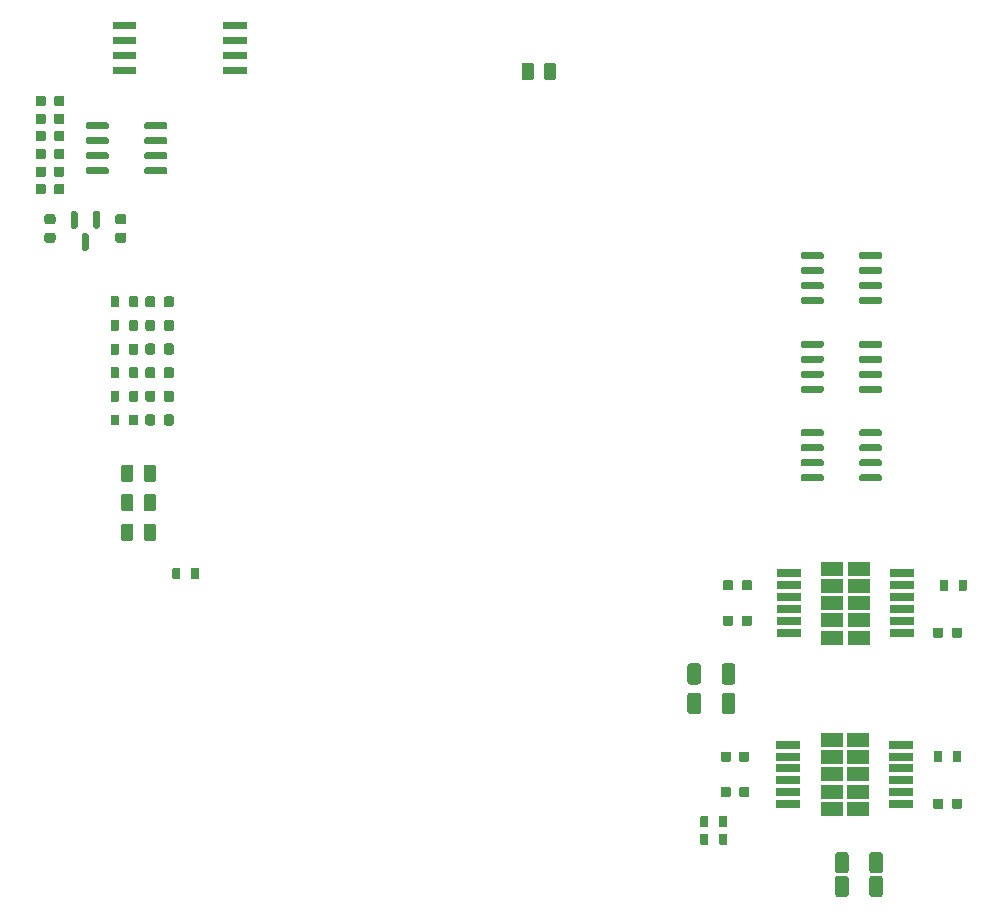
<source format=gtp>
G04 #@! TF.GenerationSoftware,KiCad,Pcbnew,8.0.7-8.0.7-0~ubuntu24.04.1*
G04 #@! TF.CreationDate,2025-01-02T17:27:40+00:00*
G04 #@! TF.ProjectId,stabildaytona,73746162-696c-4646-9179-746f6e612e6b,D*
G04 #@! TF.SameCoordinates,PX2faf080PY9896800*
G04 #@! TF.FileFunction,Paste,Top*
G04 #@! TF.FilePolarity,Positive*
%FSLAX46Y46*%
G04 Gerber Fmt 4.6, Leading zero omitted, Abs format (unit mm)*
G04 Created by KiCad (PCBNEW 8.0.7-8.0.7-0~ubuntu24.04.1) date 2025-01-02 17:27:40*
%MOMM*%
%LPD*%
G01*
G04 APERTURE LIST*
%ADD10R,1.950000X1.160000*%
%ADD11R,2.000000X0.650000*%
%ADD12O,0.000001X0.000001*%
G04 APERTURE END LIST*
G04 #@! TO.C,C28*
G36*
G01*
X5284999Y67660000D02*
X5284999Y68340000D01*
G75*
G02*
X5369999Y68425000I85000J0D01*
G01*
X6049999Y68425000D01*
G75*
G02*
X6134999Y68340000I0J-85000D01*
G01*
X6134999Y67660000D01*
G75*
G02*
X6049999Y67575000I-85000J0D01*
G01*
X5369999Y67575000D01*
G75*
G02*
X5284999Y67660000I0J85000D01*
G01*
G37*
G36*
G01*
X6865001Y67660000D02*
X6865001Y68340000D01*
G75*
G02*
X6950001Y68425000I85000J0D01*
G01*
X7630001Y68425000D01*
G75*
G02*
X7715001Y68340000I0J-85000D01*
G01*
X7715001Y67660000D01*
G75*
G02*
X7630001Y67575000I-85000J0D01*
G01*
X6950001Y67575000D01*
G75*
G02*
X6865001Y67660000I0J85000D01*
G01*
G37*
G04 #@! TD*
G04 #@! TO.C,F6*
G36*
G01*
X14562500Y52243750D02*
X14562500Y52756250D01*
G75*
G02*
X14781250Y52975000I218750J0D01*
G01*
X15218750Y52975000D01*
G75*
G02*
X15437500Y52756250I0J-218750D01*
G01*
X15437500Y52243750D01*
G75*
G02*
X15218750Y52025000I-218750J0D01*
G01*
X14781250Y52025000D01*
G75*
G02*
X14562500Y52243750I0J218750D01*
G01*
G37*
G36*
G01*
X16137500Y52243750D02*
X16137500Y52756250D01*
G75*
G02*
X16356250Y52975000I218750J0D01*
G01*
X16793750Y52975000D01*
G75*
G02*
X17012500Y52756250I0J-218750D01*
G01*
X17012500Y52243750D01*
G75*
G02*
X16793750Y52025000I-218750J0D01*
G01*
X16356250Y52025000D01*
G75*
G02*
X16137500Y52243750I0J218750D01*
G01*
G37*
G04 #@! TD*
G04 #@! TO.C,L1*
G36*
G01*
X6756250Y57487500D02*
X6243750Y57487500D01*
G75*
G02*
X6025000Y57706250I0J218750D01*
G01*
X6025000Y58143750D01*
G75*
G02*
X6243750Y58362500I218750J0D01*
G01*
X6756250Y58362500D01*
G75*
G02*
X6975000Y58143750I0J-218750D01*
G01*
X6975000Y57706250D01*
G75*
G02*
X6756250Y57487500I-218750J0D01*
G01*
G37*
G36*
G01*
X6756250Y59062500D02*
X6243750Y59062500D01*
G75*
G02*
X6025000Y59281250I0J218750D01*
G01*
X6025000Y59718750D01*
G75*
G02*
X6243750Y59937500I218750J0D01*
G01*
X6756250Y59937500D01*
G75*
G02*
X6975000Y59718750I0J-218750D01*
G01*
X6975000Y59281250D01*
G75*
G02*
X6756250Y59062500I-218750J0D01*
G01*
G37*
G04 #@! TD*
G04 #@! TO.C,R9*
G36*
G01*
X81850000Y28110000D02*
X81850000Y28890000D01*
G75*
G02*
X81920000Y28960000I70000J0D01*
G01*
X82480000Y28960000D01*
G75*
G02*
X82550000Y28890000I0J-70000D01*
G01*
X82550000Y28110000D01*
G75*
G02*
X82480000Y28040000I-70000J0D01*
G01*
X81920000Y28040000D01*
G75*
G02*
X81850000Y28110000I0J70000D01*
G01*
G37*
G36*
G01*
X83450000Y28110000D02*
X83450000Y28890000D01*
G75*
G02*
X83520000Y28960000I70000J0D01*
G01*
X84080000Y28960000D01*
G75*
G02*
X84150000Y28890000I0J-70000D01*
G01*
X84150000Y28110000D01*
G75*
G02*
X84080000Y28040000I-70000J0D01*
G01*
X83520000Y28040000D01*
G75*
G02*
X83450000Y28110000I0J70000D01*
G01*
G37*
G04 #@! TD*
D10*
G04 #@! TO.C,U1*
X72750000Y29920000D03*
X72750000Y28460000D03*
X72750000Y27000000D03*
X72750000Y25540000D03*
X72750000Y24080000D03*
X75000000Y29920000D03*
X75000000Y28460000D03*
X75000000Y27000000D03*
X75000000Y25540000D03*
X75000000Y24080000D03*
D11*
X69075000Y29500000D03*
X69075000Y28500000D03*
X69075000Y27500000D03*
X69075000Y26500000D03*
X69075000Y25500000D03*
X69075000Y24500000D03*
X78675000Y24500000D03*
X78675000Y25500000D03*
X78675000Y26500000D03*
X78675000Y27500000D03*
X78675000Y28500000D03*
X78675000Y29500000D03*
G04 #@! TD*
G04 #@! TO.C,C31*
G36*
G01*
X5284999Y63190000D02*
X5284999Y63870000D01*
G75*
G02*
X5369999Y63955000I85000J0D01*
G01*
X6049999Y63955000D01*
G75*
G02*
X6134999Y63870000I0J-85000D01*
G01*
X6134999Y63190000D01*
G75*
G02*
X6049999Y63105000I-85000J0D01*
G01*
X5369999Y63105000D01*
G75*
G02*
X5284999Y63190000I0J85000D01*
G01*
G37*
G36*
G01*
X6865001Y63190000D02*
X6865001Y63870000D01*
G75*
G02*
X6950001Y63955000I85000J0D01*
G01*
X7630001Y63955000D01*
G75*
G02*
X7715001Y63870000I0J-85000D01*
G01*
X7715001Y63190000D01*
G75*
G02*
X7630001Y63105000I-85000J0D01*
G01*
X6950001Y63105000D01*
G75*
G02*
X6865001Y63190000I0J85000D01*
G01*
G37*
G04 #@! TD*
G04 #@! TO.C,R8*
G36*
G01*
X12549999Y32369144D02*
X12549999Y33619144D01*
G75*
G02*
X12649999Y33719144I100000J0D01*
G01*
X13449999Y33719144D01*
G75*
G02*
X13549999Y33619144I0J-100000D01*
G01*
X13549999Y32369144D01*
G75*
G02*
X13449999Y32269144I-100000J0D01*
G01*
X12649999Y32269144D01*
G75*
G02*
X12549999Y32369144I0J100000D01*
G01*
G37*
G36*
G01*
X14450021Y32369144D02*
X14450021Y33619144D01*
G75*
G02*
X14550021Y33719144I100000J0D01*
G01*
X15350021Y33719144D01*
G75*
G02*
X15450021Y33619144I0J-100000D01*
G01*
X15450021Y32369144D01*
G75*
G02*
X15350021Y32269144I-100000J0D01*
G01*
X14550021Y32269144D01*
G75*
G02*
X14450021Y32369144I0J100000D01*
G01*
G37*
G04 #@! TD*
G04 #@! TO.C,C29*
G36*
G01*
X5284999Y66190000D02*
X5284999Y66870000D01*
G75*
G02*
X5369999Y66955000I85000J0D01*
G01*
X6049999Y66955000D01*
G75*
G02*
X6134999Y66870000I0J-85000D01*
G01*
X6134999Y66190000D01*
G75*
G02*
X6049999Y66105000I-85000J0D01*
G01*
X5369999Y66105000D01*
G75*
G02*
X5284999Y66190000I0J85000D01*
G01*
G37*
G36*
G01*
X6865001Y66190000D02*
X6865001Y66870000D01*
G75*
G02*
X6950001Y66955000I85000J0D01*
G01*
X7630001Y66955000D01*
G75*
G02*
X7715001Y66870000I0J-85000D01*
G01*
X7715001Y66190000D01*
G75*
G02*
X7630001Y66105000I-85000J0D01*
G01*
X6950001Y66105000D01*
G75*
G02*
X6865001Y66190000I0J85000D01*
G01*
G37*
G04 #@! TD*
G04 #@! TO.C,C30*
G36*
G01*
X5284999Y64690000D02*
X5284999Y65370000D01*
G75*
G02*
X5369999Y65455000I85000J0D01*
G01*
X6049999Y65455000D01*
G75*
G02*
X6134999Y65370000I0J-85000D01*
G01*
X6134999Y64690000D01*
G75*
G02*
X6049999Y64605000I-85000J0D01*
G01*
X5369999Y64605000D01*
G75*
G02*
X5284999Y64690000I0J85000D01*
G01*
G37*
G36*
G01*
X6865001Y64690000D02*
X6865001Y65370000D01*
G75*
G02*
X6950001Y65455000I85000J0D01*
G01*
X7630001Y65455000D01*
G75*
G02*
X7715001Y65370000I0J-85000D01*
G01*
X7715001Y64690000D01*
G75*
G02*
X7630001Y64605000I-85000J0D01*
G01*
X6950001Y64605000D01*
G75*
G02*
X6865001Y64690000I0J85000D01*
G01*
G37*
G04 #@! TD*
G04 #@! TO.C,R7*
G36*
G01*
X12549999Y34872072D02*
X12549999Y36122072D01*
G75*
G02*
X12649999Y36222072I100000J0D01*
G01*
X13449999Y36222072D01*
G75*
G02*
X13549999Y36122072I0J-100000D01*
G01*
X13549999Y34872072D01*
G75*
G02*
X13449999Y34772072I-100000J0D01*
G01*
X12649999Y34772072D01*
G75*
G02*
X12549999Y34872072I0J100000D01*
G01*
G37*
G36*
G01*
X14450021Y34872072D02*
X14450021Y36122072D01*
G75*
G02*
X14550021Y36222072I100000J0D01*
G01*
X15350021Y36222072D01*
G75*
G02*
X15450021Y36122072I0J-100000D01*
G01*
X15450021Y34872072D01*
G75*
G02*
X15350021Y34772072I-100000J0D01*
G01*
X14550021Y34772072D01*
G75*
G02*
X14450021Y34872072I0J100000D01*
G01*
G37*
G04 #@! TD*
D10*
G04 #@! TO.C,U2*
X72675000Y15420000D03*
X72675000Y13960000D03*
X72675000Y12500000D03*
X72675000Y11040000D03*
X72675000Y9580000D03*
X74925000Y15420000D03*
X74925000Y13960000D03*
X74925000Y12500000D03*
X74925000Y11040000D03*
X74925000Y9580000D03*
D11*
X69000000Y15000000D03*
X69000000Y14000000D03*
X69000000Y13000000D03*
X69000000Y12000000D03*
X69000000Y11000000D03*
X69000000Y10000000D03*
X78600000Y10000000D03*
X78600000Y11000000D03*
X78600000Y12000000D03*
X78600000Y13000000D03*
X78600000Y14000000D03*
X78600000Y15000000D03*
G04 #@! TD*
G04 #@! TO.C,R21*
G36*
G01*
X11637500Y50110000D02*
X11637500Y50890000D01*
G75*
G02*
X11707500Y50960000I70000J0D01*
G01*
X12267500Y50960000D01*
G75*
G02*
X12337500Y50890000I0J-70000D01*
G01*
X12337500Y50110000D01*
G75*
G02*
X12267500Y50040000I-70000J0D01*
G01*
X11707500Y50040000D01*
G75*
G02*
X11637500Y50110000I0J70000D01*
G01*
G37*
G36*
G01*
X13237500Y50110000D02*
X13237500Y50890000D01*
G75*
G02*
X13307500Y50960000I70000J0D01*
G01*
X13867500Y50960000D01*
G75*
G02*
X13937500Y50890000I0J-70000D01*
G01*
X13937500Y50110000D01*
G75*
G02*
X13867500Y50040000I-70000J0D01*
G01*
X13307500Y50040000D01*
G75*
G02*
X13237500Y50110000I0J70000D01*
G01*
G37*
G04 #@! TD*
G04 #@! TO.C,C13*
G36*
G01*
X83715001Y24840000D02*
X83715001Y24160000D01*
G75*
G02*
X83630001Y24075000I-85000J0D01*
G01*
X82950001Y24075000D01*
G75*
G02*
X82865001Y24160000I0J85000D01*
G01*
X82865001Y24840000D01*
G75*
G02*
X82950001Y24925000I85000J0D01*
G01*
X83630001Y24925000D01*
G75*
G02*
X83715001Y24840000I0J-85000D01*
G01*
G37*
G36*
G01*
X82134999Y24840000D02*
X82134999Y24160000D01*
G75*
G02*
X82049999Y24075000I-85000J0D01*
G01*
X81369999Y24075000D01*
G75*
G02*
X81284999Y24160000I0J85000D01*
G01*
X81284999Y24840000D01*
G75*
G02*
X81369999Y24925000I85000J0D01*
G01*
X82049999Y24925000D01*
G75*
G02*
X82134999Y24840000I0J-85000D01*
G01*
G37*
G04 #@! TD*
G04 #@! TO.C,C27*
G36*
G01*
X5284999Y69160000D02*
X5284999Y69840000D01*
G75*
G02*
X5369999Y69925000I85000J0D01*
G01*
X6049999Y69925000D01*
G75*
G02*
X6134999Y69840000I0J-85000D01*
G01*
X6134999Y69160000D01*
G75*
G02*
X6049999Y69075000I-85000J0D01*
G01*
X5369999Y69075000D01*
G75*
G02*
X5284999Y69160000I0J85000D01*
G01*
G37*
G36*
G01*
X6865001Y69160000D02*
X6865001Y69840000D01*
G75*
G02*
X6950001Y69925000I85000J0D01*
G01*
X7630001Y69925000D01*
G75*
G02*
X7715001Y69840000I0J-85000D01*
G01*
X7715001Y69160000D01*
G75*
G02*
X7630001Y69075000I-85000J0D01*
G01*
X6950001Y69075000D01*
G75*
G02*
X6865001Y69160000I0J85000D01*
G01*
G37*
G04 #@! TD*
G04 #@! TO.C,C25*
G36*
G01*
X63284999Y10660000D02*
X63284999Y11340000D01*
G75*
G02*
X63369999Y11425000I85000J0D01*
G01*
X64049999Y11425000D01*
G75*
G02*
X64134999Y11340000I0J-85000D01*
G01*
X64134999Y10660000D01*
G75*
G02*
X64049999Y10575000I-85000J0D01*
G01*
X63369999Y10575000D01*
G75*
G02*
X63284999Y10660000I0J85000D01*
G01*
G37*
G36*
G01*
X64865001Y10660000D02*
X64865001Y11340000D01*
G75*
G02*
X64950001Y11425000I85000J0D01*
G01*
X65630001Y11425000D01*
G75*
G02*
X65715001Y11340000I0J-85000D01*
G01*
X65715001Y10660000D01*
G75*
G02*
X65630001Y10575000I-85000J0D01*
G01*
X64950001Y10575000D01*
G75*
G02*
X64865001Y10660000I0J85000D01*
G01*
G37*
G04 #@! TD*
G04 #@! TO.C,F1*
G36*
G01*
X76105010Y5900000D02*
X76795010Y5900000D01*
G75*
G02*
X77025010Y5670000I0J-230000D01*
G01*
X77025010Y4330000D01*
G75*
G02*
X76795010Y4100000I-230000J0D01*
G01*
X76105010Y4100000D01*
G75*
G02*
X75875010Y4330000I0J230000D01*
G01*
X75875010Y5670000D01*
G75*
G02*
X76105010Y5900000I230000J0D01*
G01*
G37*
G36*
G01*
X73204990Y5900000D02*
X73894990Y5900000D01*
G75*
G02*
X74124990Y5670000I0J-230000D01*
G01*
X74124990Y4330000D01*
G75*
G02*
X73894990Y4100000I-230000J0D01*
G01*
X73204990Y4100000D01*
G75*
G02*
X72974990Y4330000I0J230000D01*
G01*
X72974990Y5670000D01*
G75*
G02*
X73204990Y5900000I230000J0D01*
G01*
G37*
G04 #@! TD*
G04 #@! TO.C,U4*
G36*
G01*
X9550000Y67255000D02*
X9550000Y67555000D01*
G75*
G02*
X9700000Y67705000I150000J0D01*
G01*
X11350000Y67705000D01*
G75*
G02*
X11500000Y67555000I0J-150000D01*
G01*
X11500000Y67255000D01*
G75*
G02*
X11350000Y67105000I-150000J0D01*
G01*
X9700000Y67105000D01*
G75*
G02*
X9550000Y67255000I0J150000D01*
G01*
G37*
G36*
G01*
X9550000Y65985000D02*
X9550000Y66285000D01*
G75*
G02*
X9700000Y66435000I150000J0D01*
G01*
X11350000Y66435000D01*
G75*
G02*
X11500000Y66285000I0J-150000D01*
G01*
X11500000Y65985000D01*
G75*
G02*
X11350000Y65835000I-150000J0D01*
G01*
X9700000Y65835000D01*
G75*
G02*
X9550000Y65985000I0J150000D01*
G01*
G37*
G36*
G01*
X9550000Y64715000D02*
X9550000Y65015000D01*
G75*
G02*
X9700000Y65165000I150000J0D01*
G01*
X11350000Y65165000D01*
G75*
G02*
X11500000Y65015000I0J-150000D01*
G01*
X11500000Y64715000D01*
G75*
G02*
X11350000Y64565000I-150000J0D01*
G01*
X9700000Y64565000D01*
G75*
G02*
X9550000Y64715000I0J150000D01*
G01*
G37*
G36*
G01*
X9550000Y63445000D02*
X9550000Y63745000D01*
G75*
G02*
X9700000Y63895000I150000J0D01*
G01*
X11350000Y63895000D01*
G75*
G02*
X11500000Y63745000I0J-150000D01*
G01*
X11500000Y63445000D01*
G75*
G02*
X11350000Y63295000I-150000J0D01*
G01*
X9700000Y63295000D01*
G75*
G02*
X9550000Y63445000I0J150000D01*
G01*
G37*
G36*
G01*
X14500000Y63445000D02*
X14500000Y63745000D01*
G75*
G02*
X14650000Y63895000I150000J0D01*
G01*
X16300000Y63895000D01*
G75*
G02*
X16450000Y63745000I0J-150000D01*
G01*
X16450000Y63445000D01*
G75*
G02*
X16300000Y63295000I-150000J0D01*
G01*
X14650000Y63295000D01*
G75*
G02*
X14500000Y63445000I0J150000D01*
G01*
G37*
G36*
G01*
X14500000Y64715000D02*
X14500000Y65015000D01*
G75*
G02*
X14650000Y65165000I150000J0D01*
G01*
X16300000Y65165000D01*
G75*
G02*
X16450000Y65015000I0J-150000D01*
G01*
X16450000Y64715000D01*
G75*
G02*
X16300000Y64565000I-150000J0D01*
G01*
X14650000Y64565000D01*
G75*
G02*
X14500000Y64715000I0J150000D01*
G01*
G37*
G36*
G01*
X14500000Y65985000D02*
X14500000Y66285000D01*
G75*
G02*
X14650000Y66435000I150000J0D01*
G01*
X16300000Y66435000D01*
G75*
G02*
X16450000Y66285000I0J-150000D01*
G01*
X16450000Y65985000D01*
G75*
G02*
X16300000Y65835000I-150000J0D01*
G01*
X14650000Y65835000D01*
G75*
G02*
X14500000Y65985000I0J150000D01*
G01*
G37*
G36*
G01*
X14500000Y67255000D02*
X14500000Y67555000D01*
G75*
G02*
X14650000Y67705000I150000J0D01*
G01*
X16300000Y67705000D01*
G75*
G02*
X16450000Y67555000I0J-150000D01*
G01*
X16450000Y67255000D01*
G75*
G02*
X16300000Y67105000I-150000J0D01*
G01*
X14650000Y67105000D01*
G75*
G02*
X14500000Y67255000I0J150000D01*
G01*
G37*
G04 #@! TD*
G04 #@! TO.C,D8*
G36*
G01*
X10300000Y60175000D02*
X10600000Y60175000D01*
G75*
G02*
X10750000Y60025000I0J-150000D01*
G01*
X10750000Y58850000D01*
G75*
G02*
X10600000Y58700000I-150000J0D01*
G01*
X10300000Y58700000D01*
G75*
G02*
X10150000Y58850000I0J150000D01*
G01*
X10150000Y60025000D01*
G75*
G02*
X10300000Y60175000I150000J0D01*
G01*
G37*
G36*
G01*
X8400000Y60175000D02*
X8700000Y60175000D01*
G75*
G02*
X8850000Y60025000I0J-150000D01*
G01*
X8850000Y58850000D01*
G75*
G02*
X8700000Y58700000I-150000J0D01*
G01*
X8400000Y58700000D01*
G75*
G02*
X8250000Y58850000I0J150000D01*
G01*
X8250000Y60025000D01*
G75*
G02*
X8400000Y60175000I150000J0D01*
G01*
G37*
G36*
G01*
X9350000Y58300000D02*
X9650000Y58300000D01*
G75*
G02*
X9800000Y58150000I0J-150000D01*
G01*
X9800000Y56975000D01*
G75*
G02*
X9650000Y56825000I-150000J0D01*
G01*
X9350000Y56825000D01*
G75*
G02*
X9200000Y56975000I0J150000D01*
G01*
X9200000Y58150000D01*
G75*
G02*
X9350000Y58300000I150000J0D01*
G01*
G37*
G04 #@! TD*
G04 #@! TO.C,U9*
G36*
G01*
X70050000Y56255000D02*
X70050000Y56555000D01*
G75*
G02*
X70200000Y56705000I150000J0D01*
G01*
X71850000Y56705000D01*
G75*
G02*
X72000000Y56555000I0J-150000D01*
G01*
X72000000Y56255000D01*
G75*
G02*
X71850000Y56105000I-150000J0D01*
G01*
X70200000Y56105000D01*
G75*
G02*
X70050000Y56255000I0J150000D01*
G01*
G37*
G36*
G01*
X70050000Y54985000D02*
X70050000Y55285000D01*
G75*
G02*
X70200000Y55435000I150000J0D01*
G01*
X71850000Y55435000D01*
G75*
G02*
X72000000Y55285000I0J-150000D01*
G01*
X72000000Y54985000D01*
G75*
G02*
X71850000Y54835000I-150000J0D01*
G01*
X70200000Y54835000D01*
G75*
G02*
X70050000Y54985000I0J150000D01*
G01*
G37*
G36*
G01*
X70050000Y53715000D02*
X70050000Y54015000D01*
G75*
G02*
X70200000Y54165000I150000J0D01*
G01*
X71850000Y54165000D01*
G75*
G02*
X72000000Y54015000I0J-150000D01*
G01*
X72000000Y53715000D01*
G75*
G02*
X71850000Y53565000I-150000J0D01*
G01*
X70200000Y53565000D01*
G75*
G02*
X70050000Y53715000I0J150000D01*
G01*
G37*
G36*
G01*
X70050000Y52445000D02*
X70050000Y52745000D01*
G75*
G02*
X70200000Y52895000I150000J0D01*
G01*
X71850000Y52895000D01*
G75*
G02*
X72000000Y52745000I0J-150000D01*
G01*
X72000000Y52445000D01*
G75*
G02*
X71850000Y52295000I-150000J0D01*
G01*
X70200000Y52295000D01*
G75*
G02*
X70050000Y52445000I0J150000D01*
G01*
G37*
G36*
G01*
X75000000Y52445000D02*
X75000000Y52745000D01*
G75*
G02*
X75150000Y52895000I150000J0D01*
G01*
X76800000Y52895000D01*
G75*
G02*
X76950000Y52745000I0J-150000D01*
G01*
X76950000Y52445000D01*
G75*
G02*
X76800000Y52295000I-150000J0D01*
G01*
X75150000Y52295000D01*
G75*
G02*
X75000000Y52445000I0J150000D01*
G01*
G37*
G36*
G01*
X75000000Y53715000D02*
X75000000Y54015000D01*
G75*
G02*
X75150000Y54165000I150000J0D01*
G01*
X76800000Y54165000D01*
G75*
G02*
X76950000Y54015000I0J-150000D01*
G01*
X76950000Y53715000D01*
G75*
G02*
X76800000Y53565000I-150000J0D01*
G01*
X75150000Y53565000D01*
G75*
G02*
X75000000Y53715000I0J150000D01*
G01*
G37*
G36*
G01*
X75000000Y54985000D02*
X75000000Y55285000D01*
G75*
G02*
X75150000Y55435000I150000J0D01*
G01*
X76800000Y55435000D01*
G75*
G02*
X76950000Y55285000I0J-150000D01*
G01*
X76950000Y54985000D01*
G75*
G02*
X76800000Y54835000I-150000J0D01*
G01*
X75150000Y54835000D01*
G75*
G02*
X75000000Y54985000I0J150000D01*
G01*
G37*
G36*
G01*
X75000000Y56255000D02*
X75000000Y56555000D01*
G75*
G02*
X75150000Y56705000I150000J0D01*
G01*
X76800000Y56705000D01*
G75*
G02*
X76950000Y56555000I0J-150000D01*
G01*
X76950000Y56255000D01*
G75*
G02*
X76800000Y56105000I-150000J0D01*
G01*
X75150000Y56105000D01*
G75*
G02*
X75000000Y56255000I0J150000D01*
G01*
G37*
G04 #@! TD*
G04 #@! TO.C,L2*
G36*
G01*
X12756250Y57487500D02*
X12243750Y57487500D01*
G75*
G02*
X12025000Y57706250I0J218750D01*
G01*
X12025000Y58143750D01*
G75*
G02*
X12243750Y58362500I218750J0D01*
G01*
X12756250Y58362500D01*
G75*
G02*
X12975000Y58143750I0J-218750D01*
G01*
X12975000Y57706250D01*
G75*
G02*
X12756250Y57487500I-218750J0D01*
G01*
G37*
G36*
G01*
X12756250Y59062500D02*
X12243750Y59062500D01*
G75*
G02*
X12025000Y59281250I0J218750D01*
G01*
X12025000Y59718750D01*
G75*
G02*
X12243750Y59937500I218750J0D01*
G01*
X12756250Y59937500D01*
G75*
G02*
X12975000Y59718750I0J-218750D01*
G01*
X12975000Y59281250D01*
G75*
G02*
X12756250Y59062500I-218750J0D01*
G01*
G37*
G04 #@! TD*
G04 #@! TO.C,U10*
G36*
G01*
X70050000Y48755000D02*
X70050000Y49055000D01*
G75*
G02*
X70200000Y49205000I150000J0D01*
G01*
X71850000Y49205000D01*
G75*
G02*
X72000000Y49055000I0J-150000D01*
G01*
X72000000Y48755000D01*
G75*
G02*
X71850000Y48605000I-150000J0D01*
G01*
X70200000Y48605000D01*
G75*
G02*
X70050000Y48755000I0J150000D01*
G01*
G37*
G36*
G01*
X70050000Y47485000D02*
X70050000Y47785000D01*
G75*
G02*
X70200000Y47935000I150000J0D01*
G01*
X71850000Y47935000D01*
G75*
G02*
X72000000Y47785000I0J-150000D01*
G01*
X72000000Y47485000D01*
G75*
G02*
X71850000Y47335000I-150000J0D01*
G01*
X70200000Y47335000D01*
G75*
G02*
X70050000Y47485000I0J150000D01*
G01*
G37*
G36*
G01*
X70050000Y46215000D02*
X70050000Y46515000D01*
G75*
G02*
X70200000Y46665000I150000J0D01*
G01*
X71850000Y46665000D01*
G75*
G02*
X72000000Y46515000I0J-150000D01*
G01*
X72000000Y46215000D01*
G75*
G02*
X71850000Y46065000I-150000J0D01*
G01*
X70200000Y46065000D01*
G75*
G02*
X70050000Y46215000I0J150000D01*
G01*
G37*
G36*
G01*
X70050000Y44945000D02*
X70050000Y45245000D01*
G75*
G02*
X70200000Y45395000I150000J0D01*
G01*
X71850000Y45395000D01*
G75*
G02*
X72000000Y45245000I0J-150000D01*
G01*
X72000000Y44945000D01*
G75*
G02*
X71850000Y44795000I-150000J0D01*
G01*
X70200000Y44795000D01*
G75*
G02*
X70050000Y44945000I0J150000D01*
G01*
G37*
G36*
G01*
X75000000Y44945000D02*
X75000000Y45245000D01*
G75*
G02*
X75150000Y45395000I150000J0D01*
G01*
X76800000Y45395000D01*
G75*
G02*
X76950000Y45245000I0J-150000D01*
G01*
X76950000Y44945000D01*
G75*
G02*
X76800000Y44795000I-150000J0D01*
G01*
X75150000Y44795000D01*
G75*
G02*
X75000000Y44945000I0J150000D01*
G01*
G37*
G36*
G01*
X75000000Y46215000D02*
X75000000Y46515000D01*
G75*
G02*
X75150000Y46665000I150000J0D01*
G01*
X76800000Y46665000D01*
G75*
G02*
X76950000Y46515000I0J-150000D01*
G01*
X76950000Y46215000D01*
G75*
G02*
X76800000Y46065000I-150000J0D01*
G01*
X75150000Y46065000D01*
G75*
G02*
X75000000Y46215000I0J150000D01*
G01*
G37*
G36*
G01*
X75000000Y47485000D02*
X75000000Y47785000D01*
G75*
G02*
X75150000Y47935000I150000J0D01*
G01*
X76800000Y47935000D01*
G75*
G02*
X76950000Y47785000I0J-150000D01*
G01*
X76950000Y47485000D01*
G75*
G02*
X76800000Y47335000I-150000J0D01*
G01*
X75150000Y47335000D01*
G75*
G02*
X75000000Y47485000I0J150000D01*
G01*
G37*
G36*
G01*
X75000000Y48755000D02*
X75000000Y49055000D01*
G75*
G02*
X75150000Y49205000I150000J0D01*
G01*
X76800000Y49205000D01*
G75*
G02*
X76950000Y49055000I0J-150000D01*
G01*
X76950000Y48755000D01*
G75*
G02*
X76800000Y48605000I-150000J0D01*
G01*
X75150000Y48605000D01*
G75*
G02*
X75000000Y48755000I0J150000D01*
G01*
G37*
G04 #@! TD*
D12*
G04 #@! TO.C,CAN1*
X33812501Y70856666D03*
G04 #@! TD*
G04 #@! TO.C,F7*
G36*
G01*
X14562500Y48243750D02*
X14562500Y48756250D01*
G75*
G02*
X14781250Y48975000I218750J0D01*
G01*
X15218750Y48975000D01*
G75*
G02*
X15437500Y48756250I0J-218750D01*
G01*
X15437500Y48243750D01*
G75*
G02*
X15218750Y48025000I-218750J0D01*
G01*
X14781250Y48025000D01*
G75*
G02*
X14562500Y48243750I0J218750D01*
G01*
G37*
G36*
G01*
X16137500Y48243750D02*
X16137500Y48756250D01*
G75*
G02*
X16356250Y48975000I218750J0D01*
G01*
X16793750Y48975000D01*
G75*
G02*
X17012500Y48756250I0J-218750D01*
G01*
X17012500Y48243750D01*
G75*
G02*
X16793750Y48025000I-218750J0D01*
G01*
X16356250Y48025000D01*
G75*
G02*
X16137500Y48243750I0J218750D01*
G01*
G37*
G04 #@! TD*
G04 #@! TO.C,R4*
G36*
G01*
X49355001Y72625000D02*
X49355001Y71375000D01*
G75*
G02*
X49255001Y71275000I-100000J0D01*
G01*
X48455001Y71275000D01*
G75*
G02*
X48355001Y71375000I0J100000D01*
G01*
X48355001Y72625000D01*
G75*
G02*
X48455001Y72725000I100000J0D01*
G01*
X49255001Y72725000D01*
G75*
G02*
X49355001Y72625000I0J-100000D01*
G01*
G37*
G36*
G01*
X47454979Y72625000D02*
X47454979Y71375000D01*
G75*
G02*
X47354979Y71275000I-100000J0D01*
G01*
X46554979Y71275000D01*
G75*
G02*
X46454979Y71375000I0J100000D01*
G01*
X46454979Y72625000D01*
G75*
G02*
X46554979Y72725000I100000J0D01*
G01*
X47354979Y72725000D01*
G75*
G02*
X47454979Y72625000I0J-100000D01*
G01*
G37*
G04 #@! TD*
G04 #@! TO.C,R2*
G36*
G01*
X61550000Y8110000D02*
X61550000Y8890000D01*
G75*
G02*
X61620000Y8960000I70000J0D01*
G01*
X62180000Y8960000D01*
G75*
G02*
X62250000Y8890000I0J-70000D01*
G01*
X62250000Y8110000D01*
G75*
G02*
X62180000Y8040000I-70000J0D01*
G01*
X61620000Y8040000D01*
G75*
G02*
X61550000Y8110000I0J70000D01*
G01*
G37*
G36*
G01*
X63150000Y8110000D02*
X63150000Y8890000D01*
G75*
G02*
X63220000Y8960000I70000J0D01*
G01*
X63780000Y8960000D01*
G75*
G02*
X63850000Y8890000I0J-70000D01*
G01*
X63850000Y8110000D01*
G75*
G02*
X63780000Y8040000I-70000J0D01*
G01*
X63220000Y8040000D01*
G75*
G02*
X63150000Y8110000I0J70000D01*
G01*
G37*
G04 #@! TD*
G04 #@! TO.C,C26*
G36*
G01*
X83715001Y10340000D02*
X83715001Y9660000D01*
G75*
G02*
X83630001Y9575000I-85000J0D01*
G01*
X82950001Y9575000D01*
G75*
G02*
X82865001Y9660000I0J85000D01*
G01*
X82865001Y10340000D01*
G75*
G02*
X82950001Y10425000I85000J0D01*
G01*
X83630001Y10425000D01*
G75*
G02*
X83715001Y10340000I0J-85000D01*
G01*
G37*
G36*
G01*
X82134999Y10340000D02*
X82134999Y9660000D01*
G75*
G02*
X82049999Y9575000I-85000J0D01*
G01*
X81369999Y9575000D01*
G75*
G02*
X81284999Y9660000I0J85000D01*
G01*
X81284999Y10340000D01*
G75*
G02*
X81369999Y10425000I85000J0D01*
G01*
X82049999Y10425000D01*
G75*
G02*
X82134999Y10340000I0J-85000D01*
G01*
G37*
G04 #@! TD*
G04 #@! TO.C,R6*
G36*
G01*
X16850000Y29110000D02*
X16850000Y29890000D01*
G75*
G02*
X16920000Y29960000I70000J0D01*
G01*
X17480000Y29960000D01*
G75*
G02*
X17550000Y29890000I0J-70000D01*
G01*
X17550000Y29110000D01*
G75*
G02*
X17480000Y29040000I-70000J0D01*
G01*
X16920000Y29040000D01*
G75*
G02*
X16850000Y29110000I0J70000D01*
G01*
G37*
G36*
G01*
X18450000Y29110000D02*
X18450000Y29890000D01*
G75*
G02*
X18520000Y29960000I70000J0D01*
G01*
X19080000Y29960000D01*
G75*
G02*
X19150000Y29890000I0J-70000D01*
G01*
X19150000Y29110000D01*
G75*
G02*
X19080000Y29040000I-70000J0D01*
G01*
X18520000Y29040000D01*
G75*
G02*
X18450000Y29110000I0J70000D01*
G01*
G37*
G04 #@! TD*
G04 #@! TO.C,R20*
G36*
G01*
X11637500Y52110000D02*
X11637500Y52890000D01*
G75*
G02*
X11707500Y52960000I70000J0D01*
G01*
X12267500Y52960000D01*
G75*
G02*
X12337500Y52890000I0J-70000D01*
G01*
X12337500Y52110000D01*
G75*
G02*
X12267500Y52040000I-70000J0D01*
G01*
X11707500Y52040000D01*
G75*
G02*
X11637500Y52110000I0J70000D01*
G01*
G37*
G36*
G01*
X13237500Y52110000D02*
X13237500Y52890000D01*
G75*
G02*
X13307500Y52960000I70000J0D01*
G01*
X13867500Y52960000D01*
G75*
G02*
X13937500Y52890000I0J-70000D01*
G01*
X13937500Y52110000D01*
G75*
G02*
X13867500Y52040000I-70000J0D01*
G01*
X13307500Y52040000D01*
G75*
G02*
X13237500Y52110000I0J70000D01*
G01*
G37*
G04 #@! TD*
G04 #@! TO.C,R26*
G36*
G01*
X11637500Y46110000D02*
X11637500Y46890000D01*
G75*
G02*
X11707500Y46960000I70000J0D01*
G01*
X12267500Y46960000D01*
G75*
G02*
X12337500Y46890000I0J-70000D01*
G01*
X12337500Y46110000D01*
G75*
G02*
X12267500Y46040000I-70000J0D01*
G01*
X11707500Y46040000D01*
G75*
G02*
X11637500Y46110000I0J70000D01*
G01*
G37*
G36*
G01*
X13237500Y46110000D02*
X13237500Y46890000D01*
G75*
G02*
X13307500Y46960000I70000J0D01*
G01*
X13867500Y46960000D01*
G75*
G02*
X13937500Y46890000I0J-70000D01*
G01*
X13937500Y46110000D01*
G75*
G02*
X13867500Y46040000I-70000J0D01*
G01*
X13307500Y46040000D01*
G75*
G02*
X13237500Y46110000I0J70000D01*
G01*
G37*
G04 #@! TD*
G04 #@! TO.C,R28*
G36*
G01*
X11637500Y42110000D02*
X11637500Y42890000D01*
G75*
G02*
X11707500Y42960000I70000J0D01*
G01*
X12267500Y42960000D01*
G75*
G02*
X12337500Y42890000I0J-70000D01*
G01*
X12337500Y42110000D01*
G75*
G02*
X12267500Y42040000I-70000J0D01*
G01*
X11707500Y42040000D01*
G75*
G02*
X11637500Y42110000I0J70000D01*
G01*
G37*
G36*
G01*
X13237500Y42110000D02*
X13237500Y42890000D01*
G75*
G02*
X13307500Y42960000I70000J0D01*
G01*
X13867500Y42960000D01*
G75*
G02*
X13937500Y42890000I0J-70000D01*
G01*
X13937500Y42110000D01*
G75*
G02*
X13867500Y42040000I-70000J0D01*
G01*
X13307500Y42040000D01*
G75*
G02*
X13237500Y42110000I0J70000D01*
G01*
G37*
G04 #@! TD*
G04 #@! TO.C,C11*
G36*
G01*
X63494998Y28160000D02*
X63494998Y28840000D01*
G75*
G02*
X63579998Y28925000I85000J0D01*
G01*
X64259998Y28925000D01*
G75*
G02*
X64344998Y28840000I0J-85000D01*
G01*
X64344998Y28160000D01*
G75*
G02*
X64259998Y28075000I-85000J0D01*
G01*
X63579998Y28075000D01*
G75*
G02*
X63494998Y28160000I0J85000D01*
G01*
G37*
G36*
G01*
X65075000Y28160000D02*
X65075000Y28840000D01*
G75*
G02*
X65160000Y28925000I85000J0D01*
G01*
X65840000Y28925000D01*
G75*
G02*
X65925000Y28840000I0J-85000D01*
G01*
X65925000Y28160000D01*
G75*
G02*
X65840000Y28075000I-85000J0D01*
G01*
X65160000Y28075000D01*
G75*
G02*
X65075000Y28160000I0J85000D01*
G01*
G37*
G04 #@! TD*
G04 #@! TO.C,R22*
G36*
G01*
X11637500Y48110000D02*
X11637500Y48890000D01*
G75*
G02*
X11707500Y48960000I70000J0D01*
G01*
X12267500Y48960000D01*
G75*
G02*
X12337500Y48890000I0J-70000D01*
G01*
X12337500Y48110000D01*
G75*
G02*
X12267500Y48040000I-70000J0D01*
G01*
X11707500Y48040000D01*
G75*
G02*
X11637500Y48110000I0J70000D01*
G01*
G37*
G36*
G01*
X13237500Y48110000D02*
X13237500Y48890000D01*
G75*
G02*
X13307500Y48960000I70000J0D01*
G01*
X13867500Y48960000D01*
G75*
G02*
X13937500Y48890000I0J-70000D01*
G01*
X13937500Y48110000D01*
G75*
G02*
X13867500Y48040000I-70000J0D01*
G01*
X13307500Y48040000D01*
G75*
G02*
X13237500Y48110000I0J70000D01*
G01*
G37*
G04 #@! TD*
G04 #@! TO.C,F8*
G36*
G01*
X14562500Y46243750D02*
X14562500Y46756250D01*
G75*
G02*
X14781250Y46975000I218750J0D01*
G01*
X15218750Y46975000D01*
G75*
G02*
X15437500Y46756250I0J-218750D01*
G01*
X15437500Y46243750D01*
G75*
G02*
X15218750Y46025000I-218750J0D01*
G01*
X14781250Y46025000D01*
G75*
G02*
X14562500Y46243750I0J218750D01*
G01*
G37*
G36*
G01*
X16137500Y46243750D02*
X16137500Y46756250D01*
G75*
G02*
X16356250Y46975000I218750J0D01*
G01*
X16793750Y46975000D01*
G75*
G02*
X17012500Y46756250I0J-218750D01*
G01*
X17012500Y46243750D01*
G75*
G02*
X16793750Y46025000I-218750J0D01*
G01*
X16356250Y46025000D01*
G75*
G02*
X16137500Y46243750I0J218750D01*
G01*
G37*
G04 #@! TD*
G04 #@! TO.C,C32*
G36*
G01*
X5284999Y61690000D02*
X5284999Y62370000D01*
G75*
G02*
X5369999Y62455000I85000J0D01*
G01*
X6049999Y62455000D01*
G75*
G02*
X6134999Y62370000I0J-85000D01*
G01*
X6134999Y61690000D01*
G75*
G02*
X6049999Y61605000I-85000J0D01*
G01*
X5369999Y61605000D01*
G75*
G02*
X5284999Y61690000I0J85000D01*
G01*
G37*
G36*
G01*
X6865001Y61690000D02*
X6865001Y62370000D01*
G75*
G02*
X6950001Y62455000I85000J0D01*
G01*
X7630001Y62455000D01*
G75*
G02*
X7715001Y62370000I0J-85000D01*
G01*
X7715001Y61690000D01*
G75*
G02*
X7630001Y61605000I-85000J0D01*
G01*
X6950001Y61605000D01*
G75*
G02*
X6865001Y61690000I0J85000D01*
G01*
G37*
G04 #@! TD*
G04 #@! TO.C,MAP1*
G36*
G01*
X23190000Y72348700D02*
X23190000Y71841300D01*
G75*
G02*
X23148700Y71800000I-41300J0D01*
G01*
X21211300Y71800000D01*
G75*
G02*
X21170000Y71841300I0J41300D01*
G01*
X21170000Y72348700D01*
G75*
G02*
X21211300Y72390000I41300J0D01*
G01*
X23148700Y72390000D01*
G75*
G02*
X23190000Y72348700I0J-41300D01*
G01*
G37*
G36*
G01*
X23190000Y73618700D02*
X23190000Y73111300D01*
G75*
G02*
X23148700Y73070000I-41300J0D01*
G01*
X21211300Y73070000D01*
G75*
G02*
X21170000Y73111300I0J41300D01*
G01*
X21170000Y73618700D01*
G75*
G02*
X21211300Y73660000I41300J0D01*
G01*
X23148700Y73660000D01*
G75*
G02*
X23190000Y73618700I0J-41300D01*
G01*
G37*
G36*
G01*
X23190000Y74888700D02*
X23190000Y74381300D01*
G75*
G02*
X23148700Y74340000I-41300J0D01*
G01*
X21211300Y74340000D01*
G75*
G02*
X21170000Y74381300I0J41300D01*
G01*
X21170000Y74888700D01*
G75*
G02*
X21211300Y74930000I41300J0D01*
G01*
X23148700Y74930000D01*
G75*
G02*
X23190000Y74888700I0J-41300D01*
G01*
G37*
G36*
G01*
X23190000Y76158700D02*
X23190000Y75651300D01*
G75*
G02*
X23148700Y75610000I-41300J0D01*
G01*
X21211300Y75610000D01*
G75*
G02*
X21170000Y75651300I0J41300D01*
G01*
X21170000Y76158700D01*
G75*
G02*
X21211300Y76200000I41300J0D01*
G01*
X23148700Y76200000D01*
G75*
G02*
X23190000Y76158700I0J-41300D01*
G01*
G37*
G36*
G01*
X13830000Y76158700D02*
X13830000Y75651300D01*
G75*
G02*
X13788700Y75610000I-41300J0D01*
G01*
X11851300Y75610000D01*
G75*
G02*
X11810000Y75651300I0J41300D01*
G01*
X11810000Y76158700D01*
G75*
G02*
X11851300Y76200000I41300J0D01*
G01*
X13788700Y76200000D01*
G75*
G02*
X13830000Y76158700I0J-41300D01*
G01*
G37*
G36*
G01*
X13830000Y74888700D02*
X13830000Y74381300D01*
G75*
G02*
X13788700Y74340000I-41300J0D01*
G01*
X11851300Y74340000D01*
G75*
G02*
X11810000Y74381300I0J41300D01*
G01*
X11810000Y74888700D01*
G75*
G02*
X11851300Y74930000I41300J0D01*
G01*
X13788700Y74930000D01*
G75*
G02*
X13830000Y74888700I0J-41300D01*
G01*
G37*
G36*
G01*
X13830000Y73618700D02*
X13830000Y73111300D01*
G75*
G02*
X13788700Y73070000I-41300J0D01*
G01*
X11851300Y73070000D01*
G75*
G02*
X11810000Y73111300I0J41300D01*
G01*
X11810000Y73618700D01*
G75*
G02*
X11851300Y73660000I41300J0D01*
G01*
X13788700Y73660000D01*
G75*
G02*
X13830000Y73618700I0J-41300D01*
G01*
G37*
G36*
G01*
X13830000Y72348700D02*
X13830000Y71841300D01*
G75*
G02*
X13788700Y71800000I-41300J0D01*
G01*
X11851300Y71800000D01*
G75*
G02*
X11810000Y71841300I0J41300D01*
G01*
X11810000Y72348700D01*
G75*
G02*
X11851300Y72390000I41300J0D01*
G01*
X13788700Y72390000D01*
G75*
G02*
X13830000Y72348700I0J-41300D01*
G01*
G37*
G04 #@! TD*
G04 #@! TO.C,C12*
G36*
G01*
X63494998Y25160000D02*
X63494998Y25840000D01*
G75*
G02*
X63579998Y25925000I85000J0D01*
G01*
X64259998Y25925000D01*
G75*
G02*
X64344998Y25840000I0J-85000D01*
G01*
X64344998Y25160000D01*
G75*
G02*
X64259998Y25075000I-85000J0D01*
G01*
X63579998Y25075000D01*
G75*
G02*
X63494998Y25160000I0J85000D01*
G01*
G37*
G36*
G01*
X65075000Y25160000D02*
X65075000Y25840000D01*
G75*
G02*
X65160000Y25925000I85000J0D01*
G01*
X65840000Y25925000D01*
G75*
G02*
X65925000Y25840000I0J-85000D01*
G01*
X65925000Y25160000D01*
G75*
G02*
X65840000Y25075000I-85000J0D01*
G01*
X65160000Y25075000D01*
G75*
G02*
X65075000Y25160000I0J85000D01*
G01*
G37*
G04 #@! TD*
G04 #@! TO.C,R3*
G36*
G01*
X63850000Y7390000D02*
X63850000Y6610000D01*
G75*
G02*
X63780000Y6540000I-70000J0D01*
G01*
X63220000Y6540000D01*
G75*
G02*
X63150000Y6610000I0J70000D01*
G01*
X63150000Y7390000D01*
G75*
G02*
X63220000Y7460000I70000J0D01*
G01*
X63780000Y7460000D01*
G75*
G02*
X63850000Y7390000I0J-70000D01*
G01*
G37*
G36*
G01*
X62250000Y7390000D02*
X62250000Y6610000D01*
G75*
G02*
X62180000Y6540000I-70000J0D01*
G01*
X61620000Y6540000D01*
G75*
G02*
X61550000Y6610000I0J70000D01*
G01*
X61550000Y7390000D01*
G75*
G02*
X61620000Y7460000I70000J0D01*
G01*
X62180000Y7460000D01*
G75*
G02*
X62250000Y7390000I0J-70000D01*
G01*
G37*
G04 #@! TD*
G04 #@! TO.C,F4*
G36*
G01*
X61394990Y20100000D02*
X60704990Y20100000D01*
G75*
G02*
X60474990Y20330000I0J230000D01*
G01*
X60474990Y21670000D01*
G75*
G02*
X60704990Y21900000I230000J0D01*
G01*
X61394990Y21900000D01*
G75*
G02*
X61624990Y21670000I0J-230000D01*
G01*
X61624990Y20330000D01*
G75*
G02*
X61394990Y20100000I-230000J0D01*
G01*
G37*
G36*
G01*
X64295010Y20100000D02*
X63605010Y20100000D01*
G75*
G02*
X63375010Y20330000I0J230000D01*
G01*
X63375010Y21670000D01*
G75*
G02*
X63605010Y21900000I230000J0D01*
G01*
X64295010Y21900000D01*
G75*
G02*
X64525010Y21670000I0J-230000D01*
G01*
X64525010Y20330000D01*
G75*
G02*
X64295010Y20100000I-230000J0D01*
G01*
G37*
G04 #@! TD*
G04 #@! TO.C,F9*
G36*
G01*
X14562500Y44243750D02*
X14562500Y44756250D01*
G75*
G02*
X14781250Y44975000I218750J0D01*
G01*
X15218750Y44975000D01*
G75*
G02*
X15437500Y44756250I0J-218750D01*
G01*
X15437500Y44243750D01*
G75*
G02*
X15218750Y44025000I-218750J0D01*
G01*
X14781250Y44025000D01*
G75*
G02*
X14562500Y44243750I0J218750D01*
G01*
G37*
G36*
G01*
X16137500Y44243750D02*
X16137500Y44756250D01*
G75*
G02*
X16356250Y44975000I218750J0D01*
G01*
X16793750Y44975000D01*
G75*
G02*
X17012500Y44756250I0J-218750D01*
G01*
X17012500Y44243750D01*
G75*
G02*
X16793750Y44025000I-218750J0D01*
G01*
X16356250Y44025000D01*
G75*
G02*
X16137500Y44243750I0J218750D01*
G01*
G37*
G04 #@! TD*
G04 #@! TO.C,F10*
G36*
G01*
X14562500Y42243750D02*
X14562500Y42756250D01*
G75*
G02*
X14781250Y42975000I218750J0D01*
G01*
X15218750Y42975000D01*
G75*
G02*
X15437500Y42756250I0J-218750D01*
G01*
X15437500Y42243750D01*
G75*
G02*
X15218750Y42025000I-218750J0D01*
G01*
X14781250Y42025000D01*
G75*
G02*
X14562500Y42243750I0J218750D01*
G01*
G37*
G36*
G01*
X16137500Y42243750D02*
X16137500Y42756250D01*
G75*
G02*
X16356250Y42975000I218750J0D01*
G01*
X16793750Y42975000D01*
G75*
G02*
X17012500Y42756250I0J-218750D01*
G01*
X17012500Y42243750D01*
G75*
G02*
X16793750Y42025000I-218750J0D01*
G01*
X16356250Y42025000D01*
G75*
G02*
X16137500Y42243750I0J218750D01*
G01*
G37*
G04 #@! TD*
G04 #@! TO.C,F2*
G36*
G01*
X73894990Y2100000D02*
X73204990Y2100000D01*
G75*
G02*
X72974990Y2330000I0J230000D01*
G01*
X72974990Y3670000D01*
G75*
G02*
X73204990Y3900000I230000J0D01*
G01*
X73894990Y3900000D01*
G75*
G02*
X74124990Y3670000I0J-230000D01*
G01*
X74124990Y2330000D01*
G75*
G02*
X73894990Y2100000I-230000J0D01*
G01*
G37*
G36*
G01*
X76795010Y2100000D02*
X76105010Y2100000D01*
G75*
G02*
X75875010Y2330000I0J230000D01*
G01*
X75875010Y3670000D01*
G75*
G02*
X76105010Y3900000I230000J0D01*
G01*
X76795010Y3900000D01*
G75*
G02*
X77025010Y3670000I0J-230000D01*
G01*
X77025010Y2330000D01*
G75*
G02*
X76795010Y2100000I-230000J0D01*
G01*
G37*
G04 #@! TD*
G04 #@! TO.C,F3*
G36*
G01*
X61394990Y17600000D02*
X60704990Y17600000D01*
G75*
G02*
X60474990Y17830000I0J230000D01*
G01*
X60474990Y19170000D01*
G75*
G02*
X60704990Y19400000I230000J0D01*
G01*
X61394990Y19400000D01*
G75*
G02*
X61624990Y19170000I0J-230000D01*
G01*
X61624990Y17830000D01*
G75*
G02*
X61394990Y17600000I-230000J0D01*
G01*
G37*
G36*
G01*
X64295010Y17600000D02*
X63605010Y17600000D01*
G75*
G02*
X63375010Y17830000I0J230000D01*
G01*
X63375010Y19170000D01*
G75*
G02*
X63605010Y19400000I230000J0D01*
G01*
X64295010Y19400000D01*
G75*
G02*
X64525010Y19170000I0J-230000D01*
G01*
X64525010Y17830000D01*
G75*
G02*
X64295010Y17600000I-230000J0D01*
G01*
G37*
G04 #@! TD*
G04 #@! TO.C,U11*
G36*
G01*
X70050000Y41255000D02*
X70050000Y41555000D01*
G75*
G02*
X70200000Y41705000I150000J0D01*
G01*
X71850000Y41705000D01*
G75*
G02*
X72000000Y41555000I0J-150000D01*
G01*
X72000000Y41255000D01*
G75*
G02*
X71850000Y41105000I-150000J0D01*
G01*
X70200000Y41105000D01*
G75*
G02*
X70050000Y41255000I0J150000D01*
G01*
G37*
G36*
G01*
X70050000Y39985000D02*
X70050000Y40285000D01*
G75*
G02*
X70200000Y40435000I150000J0D01*
G01*
X71850000Y40435000D01*
G75*
G02*
X72000000Y40285000I0J-150000D01*
G01*
X72000000Y39985000D01*
G75*
G02*
X71850000Y39835000I-150000J0D01*
G01*
X70200000Y39835000D01*
G75*
G02*
X70050000Y39985000I0J150000D01*
G01*
G37*
G36*
G01*
X70050000Y38715000D02*
X70050000Y39015000D01*
G75*
G02*
X70200000Y39165000I150000J0D01*
G01*
X71850000Y39165000D01*
G75*
G02*
X72000000Y39015000I0J-150000D01*
G01*
X72000000Y38715000D01*
G75*
G02*
X71850000Y38565000I-150000J0D01*
G01*
X70200000Y38565000D01*
G75*
G02*
X70050000Y38715000I0J150000D01*
G01*
G37*
G36*
G01*
X70050000Y37445000D02*
X70050000Y37745000D01*
G75*
G02*
X70200000Y37895000I150000J0D01*
G01*
X71850000Y37895000D01*
G75*
G02*
X72000000Y37745000I0J-150000D01*
G01*
X72000000Y37445000D01*
G75*
G02*
X71850000Y37295000I-150000J0D01*
G01*
X70200000Y37295000D01*
G75*
G02*
X70050000Y37445000I0J150000D01*
G01*
G37*
G36*
G01*
X75000000Y37445000D02*
X75000000Y37745000D01*
G75*
G02*
X75150000Y37895000I150000J0D01*
G01*
X76800000Y37895000D01*
G75*
G02*
X76950000Y37745000I0J-150000D01*
G01*
X76950000Y37445000D01*
G75*
G02*
X76800000Y37295000I-150000J0D01*
G01*
X75150000Y37295000D01*
G75*
G02*
X75000000Y37445000I0J150000D01*
G01*
G37*
G36*
G01*
X75000000Y38715000D02*
X75000000Y39015000D01*
G75*
G02*
X75150000Y39165000I150000J0D01*
G01*
X76800000Y39165000D01*
G75*
G02*
X76950000Y39015000I0J-150000D01*
G01*
X76950000Y38715000D01*
G75*
G02*
X76800000Y38565000I-150000J0D01*
G01*
X75150000Y38565000D01*
G75*
G02*
X75000000Y38715000I0J150000D01*
G01*
G37*
G36*
G01*
X75000000Y39985000D02*
X75000000Y40285000D01*
G75*
G02*
X75150000Y40435000I150000J0D01*
G01*
X76800000Y40435000D01*
G75*
G02*
X76950000Y40285000I0J-150000D01*
G01*
X76950000Y39985000D01*
G75*
G02*
X76800000Y39835000I-150000J0D01*
G01*
X75150000Y39835000D01*
G75*
G02*
X75000000Y39985000I0J150000D01*
G01*
G37*
G36*
G01*
X75000000Y41255000D02*
X75000000Y41555000D01*
G75*
G02*
X75150000Y41705000I150000J0D01*
G01*
X76800000Y41705000D01*
G75*
G02*
X76950000Y41555000I0J-150000D01*
G01*
X76950000Y41255000D01*
G75*
G02*
X76800000Y41105000I-150000J0D01*
G01*
X75150000Y41105000D01*
G75*
G02*
X75000000Y41255000I0J150000D01*
G01*
G37*
G04 #@! TD*
G04 #@! TO.C,F5*
G36*
G01*
X14562500Y50243750D02*
X14562500Y50756250D01*
G75*
G02*
X14781250Y50975000I218750J0D01*
G01*
X15218750Y50975000D01*
G75*
G02*
X15437500Y50756250I0J-218750D01*
G01*
X15437500Y50243750D01*
G75*
G02*
X15218750Y50025000I-218750J0D01*
G01*
X14781250Y50025000D01*
G75*
G02*
X14562500Y50243750I0J218750D01*
G01*
G37*
G36*
G01*
X16137500Y50243750D02*
X16137500Y50756250D01*
G75*
G02*
X16356250Y50975000I218750J0D01*
G01*
X16793750Y50975000D01*
G75*
G02*
X17012500Y50756250I0J-218750D01*
G01*
X17012500Y50243750D01*
G75*
G02*
X16793750Y50025000I-218750J0D01*
G01*
X16356250Y50025000D01*
G75*
G02*
X16137500Y50243750I0J218750D01*
G01*
G37*
G04 #@! TD*
G04 #@! TO.C,R27*
G36*
G01*
X11637500Y44110000D02*
X11637500Y44890000D01*
G75*
G02*
X11707500Y44960000I70000J0D01*
G01*
X12267500Y44960000D01*
G75*
G02*
X12337500Y44890000I0J-70000D01*
G01*
X12337500Y44110000D01*
G75*
G02*
X12267500Y44040000I-70000J0D01*
G01*
X11707500Y44040000D01*
G75*
G02*
X11637500Y44110000I0J70000D01*
G01*
G37*
G36*
G01*
X13237500Y44110000D02*
X13237500Y44890000D01*
G75*
G02*
X13307500Y44960000I70000J0D01*
G01*
X13867500Y44960000D01*
G75*
G02*
X13937500Y44890000I0J-70000D01*
G01*
X13937500Y44110000D01*
G75*
G02*
X13867500Y44040000I-70000J0D01*
G01*
X13307500Y44040000D01*
G75*
G02*
X13237500Y44110000I0J70000D01*
G01*
G37*
G04 #@! TD*
G04 #@! TO.C,R14*
G36*
G01*
X81350000Y13610000D02*
X81350000Y14390000D01*
G75*
G02*
X81420000Y14460000I70000J0D01*
G01*
X81980000Y14460000D01*
G75*
G02*
X82050000Y14390000I0J-70000D01*
G01*
X82050000Y13610000D01*
G75*
G02*
X81980000Y13540000I-70000J0D01*
G01*
X81420000Y13540000D01*
G75*
G02*
X81350000Y13610000I0J70000D01*
G01*
G37*
G36*
G01*
X82950000Y13610000D02*
X82950000Y14390000D01*
G75*
G02*
X83020000Y14460000I70000J0D01*
G01*
X83580000Y14460000D01*
G75*
G02*
X83650000Y14390000I0J-70000D01*
G01*
X83650000Y13610000D01*
G75*
G02*
X83580000Y13540000I-70000J0D01*
G01*
X83020000Y13540000D01*
G75*
G02*
X82950000Y13610000I0J70000D01*
G01*
G37*
G04 #@! TD*
G04 #@! TO.C,C24*
G36*
G01*
X63284999Y13660000D02*
X63284999Y14340000D01*
G75*
G02*
X63369999Y14425000I85000J0D01*
G01*
X64049999Y14425000D01*
G75*
G02*
X64134999Y14340000I0J-85000D01*
G01*
X64134999Y13660000D01*
G75*
G02*
X64049999Y13575000I-85000J0D01*
G01*
X63369999Y13575000D01*
G75*
G02*
X63284999Y13660000I0J85000D01*
G01*
G37*
G36*
G01*
X64865001Y13660000D02*
X64865001Y14340000D01*
G75*
G02*
X64950001Y14425000I85000J0D01*
G01*
X65630001Y14425000D01*
G75*
G02*
X65715001Y14340000I0J-85000D01*
G01*
X65715001Y13660000D01*
G75*
G02*
X65630001Y13575000I-85000J0D01*
G01*
X64950001Y13575000D01*
G75*
G02*
X64865001Y13660000I0J85000D01*
G01*
G37*
G04 #@! TD*
G04 #@! TO.C,R5*
G36*
G01*
X12549999Y37375000D02*
X12549999Y38625000D01*
G75*
G02*
X12649999Y38725000I100000J0D01*
G01*
X13449999Y38725000D01*
G75*
G02*
X13549999Y38625000I0J-100000D01*
G01*
X13549999Y37375000D01*
G75*
G02*
X13449999Y37275000I-100000J0D01*
G01*
X12649999Y37275000D01*
G75*
G02*
X12549999Y37375000I0J100000D01*
G01*
G37*
G36*
G01*
X14450021Y37375000D02*
X14450021Y38625000D01*
G75*
G02*
X14550021Y38725000I100000J0D01*
G01*
X15350021Y38725000D01*
G75*
G02*
X15450021Y38625000I0J-100000D01*
G01*
X15450021Y37375000D01*
G75*
G02*
X15350021Y37275000I-100000J0D01*
G01*
X14550021Y37275000D01*
G75*
G02*
X14450021Y37375000I0J100000D01*
G01*
G37*
G04 #@! TD*
M02*

</source>
